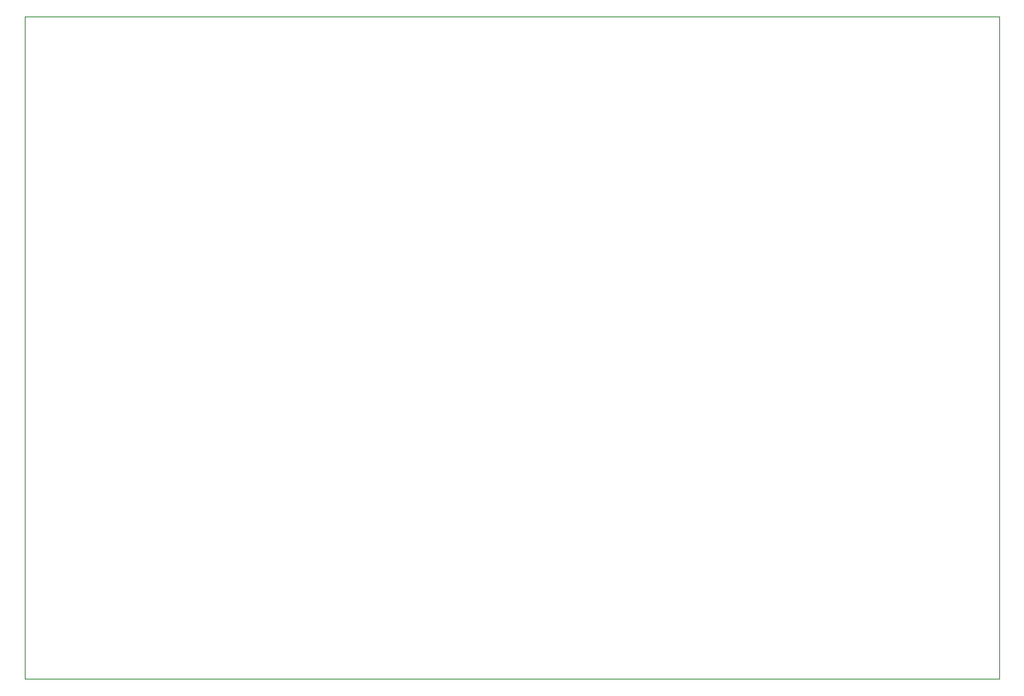
<source format=gbr>
%TF.GenerationSoftware,KiCad,Pcbnew,7.0.10*%
%TF.CreationDate,2024-03-20T01:01:01-06:00*%
%TF.ProjectId,Duel_Mux,4475656c-5f4d-4757-982e-6b696361645f,rev?*%
%TF.SameCoordinates,PX16e360PY16e360*%
%TF.FileFunction,Profile,NP*%
%FSLAX46Y46*%
G04 Gerber Fmt 4.6, Leading zero omitted, Abs format (unit mm)*
G04 Created by KiCad (PCBNEW 7.0.10) date 2024-03-20 01:01:01*
%MOMM*%
%LPD*%
G01*
G04 APERTURE LIST*
%TA.AperFunction,Profile*%
%ADD10C,0.100000*%
%TD*%
G04 APERTURE END LIST*
D10*
X-1500000Y1500000D02*
X98500000Y1500000D01*
X98500000Y-66500000D01*
X-1500000Y-66500000D01*
X-1500000Y1500000D01*
M02*

</source>
